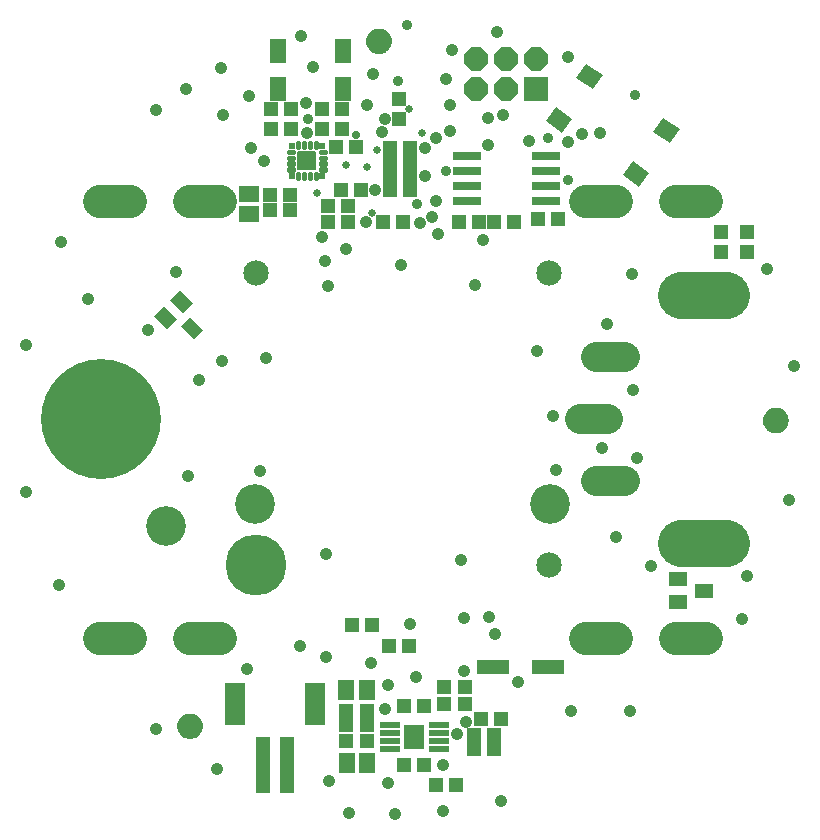
<source format=gts>
G75*
%MOIN*%
%OFA0B0*%
%FSLAX24Y24*%
%IPPOS*%
%LPD*%
%AMOC8*
5,1,8,0,0,1.08239X$1,22.5*
%
%ADD10C,0.1320*%
%ADD11C,0.0162*%
%ADD12R,0.0194X0.0194*%
%ADD13C,0.0050*%
%ADD14R,0.0493X0.0454*%
%ADD15R,0.0454X0.0493*%
%ADD16C,0.3997*%
%ADD17C,0.1005*%
%ADD18C,0.1562*%
%ADD19R,0.0930X0.0300*%
%ADD20R,0.0800X0.0800*%
%ADD21OC8,0.0800*%
%ADD22R,0.0651X0.0572*%
%ADD23R,0.0454X0.0611*%
%ADD24C,0.1110*%
%ADD25R,0.0572X0.0651*%
%ADD26R,0.0454X0.1871*%
%ADD27R,0.0690X0.1399*%
%ADD28R,0.0670X0.0572*%
%ADD29R,0.1084X0.0454*%
%ADD30R,0.0572X0.0808*%
%ADD31R,0.0611X0.0454*%
%ADD32C,0.0847*%
%ADD33C,0.2029*%
%ADD34R,0.0690X0.0217*%
%ADD35R,0.0678X0.0804*%
%ADD36C,0.0357*%
%ADD37C,0.0414*%
%ADD38C,0.0260*%
%ADD39C,0.0278*%
D10*
X006086Y010416D03*
X009040Y011130D03*
X018880Y011130D03*
D11*
X011070Y021987D02*
X011062Y021987D01*
X011062Y022125D01*
X011070Y022125D01*
X011070Y021987D01*
X010873Y021987D02*
X010865Y021987D01*
X010865Y022125D01*
X010873Y022125D01*
X010873Y021987D01*
X010676Y021987D02*
X010668Y021987D01*
X010668Y022125D01*
X010676Y022125D01*
X010676Y021987D01*
X010479Y021987D02*
X010471Y021987D01*
X010471Y022125D01*
X010479Y022125D01*
X010479Y021987D01*
X010314Y022282D02*
X010314Y022290D01*
X010314Y022282D02*
X010176Y022282D01*
X010176Y022290D01*
X010314Y022290D01*
X010314Y022479D02*
X010314Y022487D01*
X010314Y022479D02*
X010176Y022479D01*
X010176Y022487D01*
X010314Y022487D01*
X010314Y022676D02*
X010314Y022684D01*
X010314Y022676D02*
X010176Y022676D01*
X010176Y022684D01*
X010314Y022684D01*
X010314Y022873D02*
X010314Y022881D01*
X010314Y022873D02*
X010176Y022873D01*
X010176Y022881D01*
X010314Y022881D01*
X010471Y023176D02*
X010479Y023176D01*
X010479Y023038D01*
X010471Y023038D01*
X010471Y023176D01*
X010668Y023176D02*
X010676Y023176D01*
X010676Y023038D01*
X010668Y023038D01*
X010668Y023176D01*
X010865Y023176D02*
X010873Y023176D01*
X010873Y023038D01*
X010865Y023038D01*
X010865Y023176D01*
X011062Y023176D02*
X011070Y023176D01*
X011070Y023038D01*
X011062Y023038D01*
X011062Y023176D01*
X011227Y022881D02*
X011227Y022873D01*
X011227Y022881D02*
X011365Y022881D01*
X011365Y022873D01*
X011227Y022873D01*
X011227Y022684D02*
X011227Y022676D01*
X011227Y022684D02*
X011365Y022684D01*
X011365Y022676D01*
X011227Y022676D01*
X011227Y022487D02*
X011227Y022479D01*
X011227Y022487D02*
X011365Y022487D01*
X011365Y022479D01*
X011227Y022479D01*
X011227Y022290D02*
X011227Y022282D01*
X011227Y022290D02*
X011365Y022290D01*
X011365Y022282D01*
X011227Y022282D01*
D12*
X011269Y022084D03*
X011269Y023080D03*
X010273Y023080D03*
X010273Y022080D03*
D13*
X010483Y022294D02*
X010483Y022869D01*
X011058Y022869D01*
X011058Y022294D01*
X010483Y022294D01*
X010483Y022296D02*
X011058Y022296D01*
X011058Y022345D02*
X010483Y022345D01*
X010483Y022393D02*
X011058Y022393D01*
X011058Y022442D02*
X010483Y022442D01*
X010483Y022490D02*
X011058Y022490D01*
X011058Y022539D02*
X010483Y022539D01*
X010483Y022587D02*
X011058Y022587D01*
X011058Y022636D02*
X010483Y022636D01*
X010483Y022684D02*
X011058Y022684D01*
X011058Y022733D02*
X010483Y022733D01*
X010483Y022781D02*
X011058Y022781D01*
X011058Y022830D02*
X010483Y022830D01*
X012919Y026256D02*
X012975Y026217D01*
X013037Y026188D01*
X013104Y026170D01*
X013172Y026164D01*
X013240Y026170D01*
X013307Y026188D01*
X013369Y026217D01*
X013425Y026256D01*
X013474Y026305D01*
X013513Y026361D01*
X013542Y026423D01*
X013560Y026490D01*
X013566Y026558D01*
X013560Y026626D01*
X013542Y026693D01*
X013513Y026755D01*
X013474Y026811D01*
X013425Y026860D01*
X013369Y026899D01*
X013307Y026928D01*
X013240Y026946D01*
X013172Y026952D01*
X013104Y026946D01*
X013037Y026928D01*
X012975Y026899D01*
X012919Y026860D01*
X012871Y026811D01*
X012831Y026755D01*
X012802Y026693D01*
X012784Y026626D01*
X012778Y026558D01*
X012784Y026490D01*
X012802Y026423D01*
X012831Y026361D01*
X012871Y026305D01*
X012919Y026256D01*
X012902Y026273D02*
X013442Y026273D01*
X013485Y026322D02*
X012859Y026322D01*
X012827Y026370D02*
X013517Y026370D01*
X013540Y026419D02*
X012804Y026419D01*
X012790Y026467D02*
X013554Y026467D01*
X013562Y026516D02*
X012782Y026516D01*
X012779Y026564D02*
X013565Y026564D01*
X013561Y026613D02*
X012783Y026613D01*
X012794Y026661D02*
X013551Y026661D01*
X013534Y026710D02*
X012810Y026710D01*
X012834Y026758D02*
X013511Y026758D01*
X013477Y026807D02*
X012867Y026807D01*
X012915Y026855D02*
X013430Y026855D01*
X013359Y026904D02*
X012985Y026904D01*
X012964Y026225D02*
X013380Y026225D01*
X013263Y026176D02*
X013082Y026176D01*
X026099Y014173D02*
X026060Y014117D01*
X026031Y014055D01*
X026013Y013989D01*
X026007Y013920D01*
X026013Y013852D01*
X026031Y013786D01*
X026060Y013723D01*
X026099Y013667D01*
X026147Y013619D01*
X026204Y013579D01*
X026266Y013550D01*
X026332Y013532D01*
X026400Y013526D01*
X026469Y013532D01*
X026535Y013550D01*
X026597Y013579D01*
X026654Y013619D01*
X026702Y013667D01*
X026741Y013723D01*
X026770Y013786D01*
X026788Y013852D01*
X026794Y013920D01*
X026788Y013989D01*
X026770Y014055D01*
X026741Y014117D01*
X026702Y014173D01*
X026654Y014222D01*
X026597Y014261D01*
X026535Y014290D01*
X026469Y014308D01*
X026400Y014314D01*
X026332Y014308D01*
X026266Y014290D01*
X026204Y014261D01*
X026147Y014222D01*
X026099Y014173D01*
X026081Y014148D02*
X026720Y014148D01*
X026750Y014100D02*
X026051Y014100D01*
X026030Y014051D02*
X026771Y014051D01*
X026784Y014003D02*
X026017Y014003D01*
X026010Y013954D02*
X026791Y013954D01*
X026793Y013906D02*
X026008Y013906D01*
X026012Y013857D02*
X026789Y013857D01*
X026777Y013809D02*
X026024Y013809D01*
X026042Y013760D02*
X026759Y013760D01*
X026733Y013712D02*
X026068Y013712D01*
X026103Y013663D02*
X026698Y013663D01*
X026648Y013615D02*
X026153Y013615D01*
X026232Y013566D02*
X026569Y013566D01*
X026679Y014197D02*
X026122Y014197D01*
X026181Y014245D02*
X026620Y014245D01*
X026522Y014294D02*
X026279Y014294D01*
X007214Y003920D02*
X007243Y003858D01*
X007261Y003792D01*
X007267Y003723D01*
X007261Y003655D01*
X007243Y003589D01*
X007214Y003526D01*
X007175Y003470D01*
X007126Y003422D01*
X007070Y003382D01*
X007008Y003353D01*
X006941Y003336D01*
X006873Y003330D01*
X006805Y003336D01*
X006738Y003353D01*
X006676Y003382D01*
X006620Y003422D01*
X006571Y003470D01*
X006532Y003526D01*
X006503Y003589D01*
X006485Y003655D01*
X006479Y003723D01*
X006485Y003792D01*
X006503Y003858D01*
X006532Y003920D01*
X006571Y003976D01*
X006620Y004025D01*
X006676Y004064D01*
X006738Y004093D01*
X006805Y004111D01*
X006873Y004117D01*
X006941Y004111D01*
X007008Y004093D01*
X007070Y004064D01*
X007126Y004025D01*
X007175Y003976D01*
X007214Y003920D01*
X007216Y003915D02*
X006529Y003915D01*
X006507Y003866D02*
X007239Y003866D01*
X007254Y003818D02*
X006492Y003818D01*
X006483Y003769D02*
X007263Y003769D01*
X007266Y003721D02*
X006479Y003721D01*
X006484Y003672D02*
X007262Y003672D01*
X007252Y003624D02*
X006494Y003624D01*
X006509Y003575D02*
X007237Y003575D01*
X007214Y003527D02*
X006532Y003527D01*
X006566Y003478D02*
X007180Y003478D01*
X007134Y003430D02*
X006612Y003430D01*
X006679Y003381D02*
X007067Y003381D01*
X006906Y003333D02*
X006840Y003333D01*
X006562Y003963D02*
X007184Y003963D01*
X007139Y004012D02*
X006606Y004012D01*
X006670Y004060D02*
X007076Y004060D01*
X006951Y004109D02*
X006795Y004109D01*
D14*
X012089Y004235D03*
X012089Y003763D03*
X012089Y003251D03*
X012759Y003251D03*
X012759Y003763D03*
X012759Y004235D03*
X014019Y004393D03*
X014688Y004393D03*
X015357Y004471D03*
X015357Y005023D03*
X016026Y005023D03*
X016026Y004471D03*
X016578Y003960D03*
X016341Y003448D03*
X016341Y002975D03*
X017011Y002975D03*
X017011Y003448D03*
X017247Y003960D03*
X015751Y001755D03*
X015082Y001755D03*
X014688Y002424D03*
X014019Y002424D03*
X014176Y006400D03*
X013507Y006400D03*
X012956Y007109D03*
X012286Y007109D03*
X012129Y020534D03*
X012129Y021086D03*
X011893Y021597D03*
X012562Y021597D03*
X013546Y021597D03*
X013546Y022070D03*
X013546Y022542D03*
X013546Y023015D03*
X014215Y023015D03*
X014215Y022542D03*
X014215Y022070D03*
X014215Y021597D03*
X013979Y020534D03*
X013310Y020534D03*
X011460Y020534D03*
X011460Y021086D03*
X010200Y020928D03*
X010200Y021440D03*
X009530Y021440D03*
X009530Y020928D03*
X011751Y023026D03*
X011936Y023645D03*
X012420Y023026D03*
X011267Y023645D03*
X011263Y024314D03*
X011932Y024314D03*
X010239Y024314D03*
X009570Y024314D03*
X009570Y023645D03*
X010239Y023645D03*
X015830Y020534D03*
X016499Y020534D03*
X017011Y020534D03*
X017680Y020534D03*
X018467Y020652D03*
X019137Y020652D03*
D15*
X013841Y023979D03*
X013841Y024649D03*
X024589Y020200D03*
X024589Y019530D03*
X025456Y019530D03*
X025456Y020200D03*
D16*
X003920Y013960D03*
D17*
X019865Y013960D02*
X020810Y013960D01*
X020420Y016026D02*
X021365Y016026D01*
X021365Y011893D02*
X020420Y011893D01*
D18*
X023248Y009826D02*
X024750Y009826D01*
X024750Y018093D02*
X023248Y018093D01*
D19*
X018754Y021241D03*
X018754Y021741D03*
X018754Y022241D03*
X018754Y022741D03*
X016104Y022741D03*
X016104Y022241D03*
X016104Y021741D03*
X016104Y021241D03*
D20*
X018424Y024956D03*
D21*
X018424Y025956D03*
X017424Y025956D03*
X016424Y025956D03*
X016424Y024956D03*
X017424Y024956D03*
D22*
X008841Y021460D03*
X008841Y020790D03*
D23*
G36*
X006219Y017932D02*
X006540Y018253D01*
X006971Y017822D01*
X006650Y017501D01*
X006219Y017932D01*
G37*
G36*
X005690Y017403D02*
X006011Y017724D01*
X006442Y017293D01*
X006121Y016972D01*
X005690Y017403D01*
G37*
G36*
X006567Y017055D02*
X006888Y017376D01*
X007319Y016945D01*
X006998Y016624D01*
X006567Y017055D01*
G37*
D24*
X006835Y021243D02*
X007885Y021243D01*
X004885Y021243D02*
X003835Y021243D01*
X003835Y006676D02*
X004885Y006676D01*
X006835Y006676D02*
X007885Y006676D01*
X020035Y006676D02*
X021085Y006676D01*
X023035Y006676D02*
X024085Y006676D01*
X024085Y021243D02*
X023035Y021243D01*
X021085Y021243D02*
X020035Y021243D01*
D25*
X012759Y004944D03*
X012089Y004944D03*
X012093Y002519D03*
X012763Y002519D03*
D26*
X010101Y002424D03*
X009314Y002424D03*
D27*
X008369Y004471D03*
X011046Y004471D03*
D28*
G36*
X021851Y021713D02*
X021303Y022097D01*
X021631Y022565D01*
X022179Y022181D01*
X021851Y021713D01*
G37*
G36*
X022867Y023165D02*
X022319Y023549D01*
X022647Y024017D01*
X023195Y023633D01*
X022867Y023165D01*
G37*
G36*
X020304Y024960D02*
X019756Y025344D01*
X020084Y025812D01*
X020632Y025428D01*
X020304Y024960D01*
G37*
G36*
X019287Y023509D02*
X018739Y023893D01*
X019067Y024361D01*
X019615Y023977D01*
X019287Y023509D01*
G37*
D29*
X018802Y005692D03*
X016991Y005692D03*
D30*
X011971Y024975D03*
X011971Y026235D03*
X009806Y026235D03*
X009806Y024975D03*
D31*
X023133Y008625D03*
X023133Y007877D03*
X023999Y008251D03*
D32*
X018830Y009090D03*
X018830Y018830D03*
X009090Y018830D03*
D33*
X009090Y009090D03*
D34*
X013526Y003753D03*
X013526Y003497D03*
X013526Y003241D03*
X013526Y002985D03*
X015180Y002985D03*
X015180Y003241D03*
X015180Y003497D03*
X015180Y003753D03*
D35*
X014353Y003369D03*
D36*
X014432Y021125D03*
X015416Y022227D03*
X013814Y025239D03*
X014117Y027089D03*
X010802Y023956D03*
X018802Y023349D03*
X019471Y021952D03*
X021715Y024767D03*
D37*
X005731Y003625D03*
X007778Y002306D03*
X008763Y005652D03*
X010554Y006400D03*
X011400Y006046D03*
X012897Y005849D03*
X013487Y005101D03*
X013369Y004314D03*
X014393Y005377D03*
X016007Y005574D03*
X017050Y006794D03*
X016834Y007385D03*
X016007Y007345D03*
X014196Y007149D03*
X015908Y009274D03*
X019078Y012286D03*
X020593Y013015D03*
X021774Y012660D03*
X021656Y014944D03*
X020790Y017149D03*
X021617Y018802D03*
X018428Y016243D03*
X018960Y014058D03*
X021086Y010023D03*
X022227Y009078D03*
X025278Y007306D03*
X025436Y008743D03*
X026853Y011282D03*
X027011Y015731D03*
X026105Y018960D03*
X020534Y023487D03*
X019944Y023467D03*
X019471Y023211D03*
X018172Y023251D03*
X017306Y024117D03*
X016794Y024019D03*
X016794Y023113D03*
X015534Y023586D03*
X015062Y023330D03*
X014708Y023015D03*
X014708Y022070D03*
X015064Y021241D03*
X014944Y020692D03*
X014550Y020515D03*
X015141Y020121D03*
X013920Y019097D03*
X012739Y020534D03*
X012089Y019629D03*
X011381Y019235D03*
X011263Y020023D03*
X011479Y018389D03*
X009393Y015987D03*
X007956Y015889D03*
X007168Y015259D03*
X005475Y016952D03*
X006420Y018881D03*
X003487Y017956D03*
X002582Y019885D03*
X001400Y016420D03*
X001400Y011538D03*
X002503Y008428D03*
X006794Y012070D03*
X009215Y012227D03*
X011420Y009471D03*
X016066Y003881D03*
X015771Y003483D03*
X015298Y002424D03*
X015318Y000889D03*
X013723Y000810D03*
X013487Y001834D03*
X012188Y000849D03*
X011519Y001912D03*
X017247Y001243D03*
X019570Y004235D03*
X021538Y004235D03*
X017798Y005219D03*
X016361Y018428D03*
X016637Y019924D03*
X013054Y021617D03*
X013259Y023526D03*
X013369Y023960D03*
X012774Y024436D03*
X012975Y025463D03*
X010991Y025719D03*
X010578Y026751D03*
X008834Y024747D03*
X007989Y024111D03*
X008924Y023015D03*
X009353Y022582D03*
X010771Y023487D03*
X010731Y024515D03*
X007897Y025672D03*
X006755Y024963D03*
X005731Y024255D03*
X015416Y025318D03*
X015534Y024452D03*
X015613Y026263D03*
X017109Y026853D03*
X019471Y026026D03*
D38*
X014609Y023487D03*
X014176Y024314D03*
X013113Y022936D03*
X012759Y022385D03*
X012089Y022424D03*
X011105Y021519D03*
X010913Y022444D03*
X010908Y022719D03*
X010633Y022719D03*
X010633Y022444D03*
X012956Y020849D03*
D39*
X012424Y023448D03*
M02*

</source>
